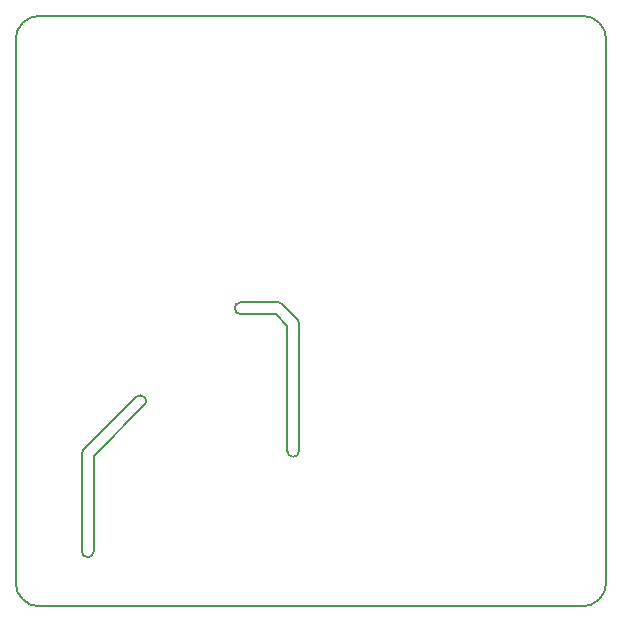
<source format=gbr>
G04 #@! TF.FileFunction,Profile,NP*
%FSLAX46Y46*%
G04 Gerber Fmt 4.6, Leading zero omitted, Abs format (unit mm)*
G04 Created by KiCad (PCBNEW 4.0.2-stable) date 8-9-2016 13:54:52*
%MOMM*%
G01*
G04 APERTURE LIST*
%ADD10C,0.100000*%
%ADD11C,0.127000*%
%ADD12C,0.150000*%
G04 APERTURE END LIST*
D10*
D11*
X147987000Y-114330000D02*
G75*
G03X149003000Y-114330000I508000J0D01*
G01*
X147039980Y-102773000D02*
X147987000Y-103745420D01*
X148854210Y-103175790D02*
X147584210Y-101905790D01*
X148854210Y-103175790D02*
G75*
G02X149003000Y-103535000I-359210J-359210D01*
G01*
X144050000Y-101757000D02*
G75*
G03X144050000Y-102773000I0J-508000D01*
G01*
X147584210Y-101905790D02*
G75*
G03X147225000Y-101757000I-359210J-359210D01*
G01*
X147225000Y-101757000D02*
X144050000Y-101757000D01*
X147039980Y-102773000D02*
X144050000Y-102773000D01*
X149003000Y-114330000D02*
X149003000Y-103535000D01*
X147987000Y-114330000D02*
X147987000Y-103745420D01*
X131604000Y-114794420D02*
X135900210Y-110498210D01*
X135900210Y-110498210D02*
G75*
G03X135181790Y-109779790I-359210J359210D01*
G01*
X130736790Y-114224790D02*
X135181790Y-109779790D01*
X130736790Y-114224790D02*
G75*
G03X130588000Y-114584000I359210J-359210D01*
G01*
X130588000Y-122839000D02*
G75*
G03X131604000Y-122839000I508000J0D01*
G01*
X130588000Y-122839000D02*
X130588000Y-114584000D01*
X131604000Y-122839000D02*
X131604000Y-114794420D01*
D12*
X125000000Y-125500000D02*
X125000000Y-79500000D01*
X125000000Y-125500000D02*
G75*
G03X127000000Y-127500000I2000000J0D01*
G01*
X173000000Y-127500000D02*
X127000000Y-127500000D01*
X175000000Y-79500000D02*
X175000000Y-125500000D01*
X173000000Y-127500000D02*
G75*
G03X175000000Y-125500000I0J2000000D01*
G01*
X127000000Y-77500000D02*
G75*
G03X125000000Y-79500000I0J-2000000D01*
G01*
X173000000Y-77500000D02*
X127000000Y-77500000D01*
X175000000Y-79500000D02*
G75*
G03X173000000Y-77500000I-2000000J0D01*
G01*
M02*

</source>
